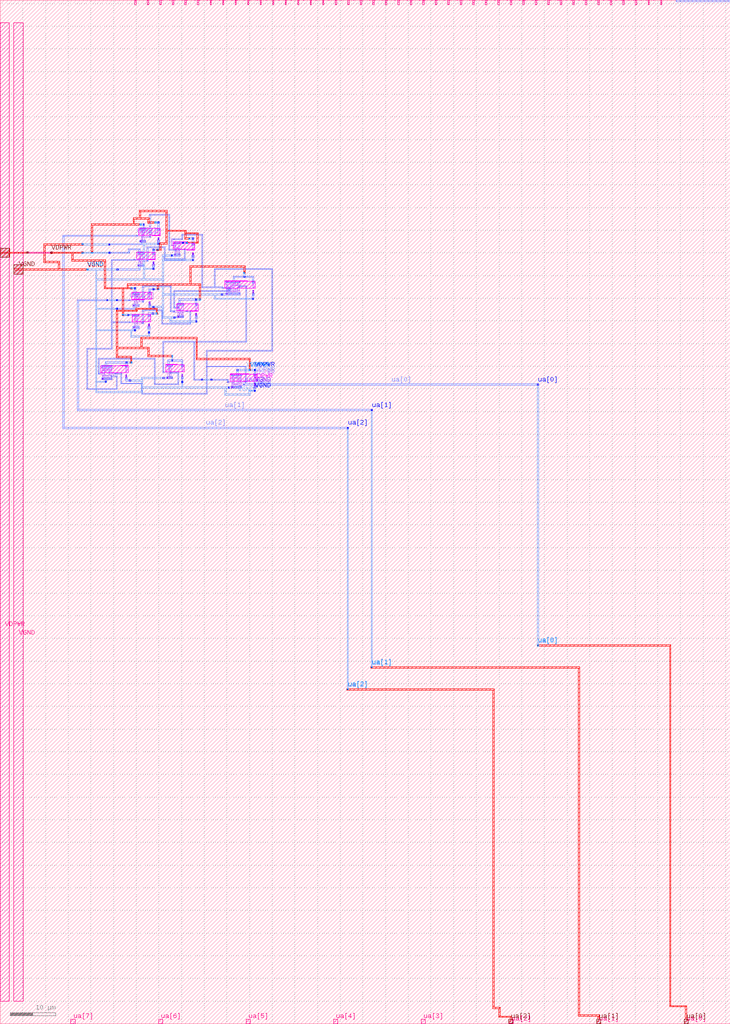
<source format=lef>
VERSION 5.7 ;
  NOWIREEXTENSIONATPIN ON ;
  DIVIDERCHAR "/" ;
  BUSBITCHARS "[]" ;
MACRO tt_um_test_14
  CLASS BLOCK ;
  FOREIGN tt_um_test_14 ;
  ORIGIN 0.000 0.000 ;
  SIZE 161.000 BY 225.760 ;
  PIN clk
    DIRECTION INPUT ;
    PORT
      LAYER met4 ;
        RECT 142.860 224.760 143.160 225.760 ;
    END
  END clk
  PIN ena
    DIRECTION INPUT ;
    PORT
      LAYER met4 ;
        RECT 145.620 224.760 145.920 225.760 ;
    END
  END ena
  PIN rst_n
    DIRECTION INPUT ;
    PORT
      LAYER met4 ;
        RECT 140.100 224.760 140.400 225.760 ;
    END
  END rst_n
  PIN ua[0]
    DIRECTION INOUT ;
    ANTENNADIFFAREA 0.445500 ;
    PORT
      LAYER li1 ;
        RECT 52.550 142.525 53.145 142.865 ;
        RECT 52.550 141.205 52.725 142.525 ;
        RECT 52.550 141.100 53.145 141.205 ;
        RECT 52.550 140.800 53.930 141.100 ;
        RECT 52.550 140.655 53.145 140.800 ;
      LAYER mcon ;
        RECT 53.660 140.830 53.900 141.070 ;
      LAYER met1 ;
        RECT 53.600 140.800 118.760 141.100 ;
      LAYER via ;
        RECT 118.430 140.800 118.730 141.100 ;
      LAYER met2 ;
        RECT 118.430 83.300 118.730 141.130 ;
        RECT 118.440 83.265 118.720 83.300 ;
      LAYER via2 ;
        RECT 118.440 83.310 118.720 83.590 ;
      LAYER met3 ;
        RECT 118.415 83.600 118.745 83.615 ;
        RECT 118.415 83.300 147.930 83.600 ;
        RECT 118.415 83.285 118.745 83.300 ;
        RECT 147.630 4.000 147.930 83.300 ;
        RECT 147.630 3.700 151.430 4.000 ;
        RECT 151.130 0.980 151.430 3.700 ;
        RECT 150.830 0.020 151.730 0.980 ;
      LAYER via3 ;
        RECT 150.830 0.050 151.730 0.950 ;
      LAYER met4 ;
        RECT 150.840 0.955 151.740 1.000 ;
        RECT 150.825 0.045 151.740 0.955 ;
        RECT 150.840 0.000 151.740 0.045 ;
    END
  END ua[0]
  PIN ua[1]
    DIRECTION INOUT ;
    ANTENNAGATEAREA 0.247500 ;
    PORT
      LAYER li1 ;
        RECT 29.550 159.700 29.880 159.715 ;
        RECT 28.380 159.500 29.880 159.700 ;
        RECT 29.550 159.475 29.880 159.500 ;
      LAYER mcon ;
        RECT 28.395 159.515 28.565 159.685 ;
      LAYER met1 ;
        RECT 23.500 159.700 23.760 159.760 ;
        RECT 16.980 159.500 23.760 159.700 ;
        RECT 16.980 135.500 17.280 159.500 ;
        RECT 23.500 159.440 23.760 159.500 ;
        RECT 25.600 159.700 25.860 159.760 ;
        RECT 28.335 159.700 28.625 159.715 ;
        RECT 25.600 159.500 28.625 159.700 ;
        RECT 25.600 159.440 25.860 159.500 ;
        RECT 28.335 159.485 28.625 159.500 ;
        RECT 16.980 135.200 82.110 135.500 ;
      LAYER via ;
        RECT 23.500 159.470 23.760 159.730 ;
        RECT 25.600 159.470 25.860 159.730 ;
        RECT 81.780 135.200 82.080 135.500 ;
      LAYER met2 ;
        RECT 23.470 159.700 23.790 159.730 ;
        RECT 25.570 159.700 25.890 159.730 ;
        RECT 23.470 159.500 25.890 159.700 ;
        RECT 23.470 159.470 23.790 159.500 ;
        RECT 25.570 159.470 25.890 159.500 ;
        RECT 81.780 78.450 82.080 135.530 ;
        RECT 81.790 78.415 82.070 78.450 ;
      LAYER via2 ;
        RECT 81.790 78.460 82.070 78.740 ;
      LAYER met3 ;
        RECT 81.765 78.750 82.095 78.765 ;
        RECT 81.765 78.450 127.780 78.750 ;
        RECT 81.765 78.435 82.095 78.450 ;
        RECT 127.480 1.950 127.780 78.450 ;
        RECT 127.480 1.650 132.130 1.950 ;
        RECT 131.830 0.980 132.130 1.650 ;
        RECT 131.530 0.020 132.430 0.980 ;
      LAYER via3 ;
        RECT 131.530 0.050 132.430 0.950 ;
      LAYER met4 ;
        RECT 131.520 0.955 132.420 1.000 ;
        RECT 131.520 0.045 132.435 0.955 ;
        RECT 131.520 0.000 132.420 0.045 ;
    END
  END ua[1]
  PIN ua[2]
    DIRECTION INOUT ;
    ANTENNAGATEAREA 0.247500 ;
    PORT
      LAYER li1 ;
        RECT 31.050 173.850 31.380 173.865 ;
        RECT 30.030 173.650 31.380 173.850 ;
        RECT 31.050 173.625 31.380 173.650 ;
      LAYER mcon ;
        RECT 30.045 173.665 30.215 173.835 ;
      LAYER met1 ;
        RECT 29.985 173.850 30.275 173.865 ;
        RECT 13.780 173.650 30.275 173.850 ;
        RECT 13.780 131.550 14.080 173.650 ;
        RECT 29.985 173.635 30.275 173.650 ;
        RECT 13.780 131.250 76.810 131.550 ;
      LAYER via ;
        RECT 76.480 131.250 76.780 131.550 ;
      LAYER met2 ;
        RECT 76.480 73.600 76.780 131.580 ;
        RECT 76.490 73.565 76.770 73.600 ;
      LAYER via2 ;
        RECT 76.490 73.610 76.770 73.890 ;
      LAYER met3 ;
        RECT 76.465 73.900 76.795 73.915 ;
        RECT 76.465 73.600 108.930 73.900 ;
        RECT 76.465 73.585 76.795 73.600 ;
        RECT 108.630 3.600 108.930 73.600 ;
        RECT 108.630 3.300 110.280 3.600 ;
        RECT 109.980 1.700 110.280 3.300 ;
        RECT 109.980 1.400 112.780 1.700 ;
        RECT 112.480 1.030 112.780 1.400 ;
        RECT 112.180 0.070 113.080 1.030 ;
      LAYER via3 ;
        RECT 112.180 0.100 113.080 1.000 ;
      LAYER met4 ;
        RECT 112.175 1.000 113.085 1.005 ;
        RECT 112.175 0.095 113.100 1.000 ;
        RECT 112.200 0.000 113.100 0.095 ;
    END
  END ua[2]
  PIN ua[3]
    DIRECTION INOUT ;
    PORT
      LAYER met4 ;
        RECT 92.880 0.000 93.780 1.000 ;
    END
  END ua[3]
  PIN ua[4]
    DIRECTION INOUT ;
    PORT
      LAYER met4 ;
        RECT 73.560 0.000 74.460 1.000 ;
    END
  END ua[4]
  PIN ua[5]
    DIRECTION INOUT ;
    PORT
      LAYER met4 ;
        RECT 54.240 0.000 55.140 1.000 ;
    END
  END ua[5]
  PIN ua[6]
    DIRECTION INOUT ;
    PORT
      LAYER met4 ;
        RECT 34.920 0.000 35.820 1.000 ;
    END
  END ua[6]
  PIN ua[7]
    DIRECTION INOUT ;
    PORT
      LAYER met4 ;
        RECT 15.600 0.000 16.500 1.000 ;
    END
  END ua[7]
  PIN ui_in[0]
    DIRECTION INPUT ;
    PORT
      LAYER met4 ;
        RECT 137.340 224.760 137.640 225.760 ;
    END
  END ui_in[0]
  PIN ui_in[1]
    DIRECTION INPUT ;
    PORT
      LAYER met4 ;
        RECT 134.580 224.760 134.880 225.760 ;
    END
  END ui_in[1]
  PIN ui_in[2]
    DIRECTION INPUT ;
    PORT
      LAYER met4 ;
        RECT 131.820 224.760 132.120 225.760 ;
    END
  END ui_in[2]
  PIN ui_in[3]
    DIRECTION INPUT ;
    PORT
      LAYER met4 ;
        RECT 129.060 224.760 129.360 225.760 ;
    END
  END ui_in[3]
  PIN ui_in[4]
    DIRECTION INPUT ;
    PORT
      LAYER met4 ;
        RECT 126.300 224.760 126.600 225.760 ;
    END
  END ui_in[4]
  PIN ui_in[5]
    DIRECTION INPUT ;
    PORT
      LAYER met4 ;
        RECT 123.540 224.760 123.840 225.760 ;
    END
  END ui_in[5]
  PIN ui_in[6]
    DIRECTION INPUT ;
    PORT
      LAYER met4 ;
        RECT 120.780 224.760 121.080 225.760 ;
    END
  END ui_in[6]
  PIN ui_in[7]
    DIRECTION INPUT ;
    PORT
      LAYER met4 ;
        RECT 118.020 224.760 118.320 225.760 ;
    END
  END ui_in[7]
  PIN uio_in[0]
    DIRECTION INPUT ;
    PORT
      LAYER met4 ;
        RECT 115.260 224.760 115.560 225.760 ;
    END
  END uio_in[0]
  PIN uio_in[1]
    DIRECTION INPUT ;
    PORT
      LAYER met4 ;
        RECT 112.500 224.760 112.800 225.760 ;
    END
  END uio_in[1]
  PIN uio_in[2]
    DIRECTION INPUT ;
    PORT
      LAYER met4 ;
        RECT 109.740 224.760 110.040 225.760 ;
    END
  END uio_in[2]
  PIN uio_in[3]
    DIRECTION INPUT ;
    PORT
      LAYER met4 ;
        RECT 106.980 224.760 107.280 225.760 ;
    END
  END uio_in[3]
  PIN uio_in[4]
    DIRECTION INPUT ;
    PORT
      LAYER met4 ;
        RECT 104.220 224.760 104.520 225.760 ;
    END
  END uio_in[4]
  PIN uio_in[5]
    DIRECTION INPUT ;
    PORT
      LAYER met4 ;
        RECT 101.460 224.760 101.760 225.760 ;
    END
  END uio_in[5]
  PIN uio_in[6]
    DIRECTION INPUT ;
    PORT
      LAYER met4 ;
        RECT 98.700 224.760 99.000 225.760 ;
    END
  END uio_in[6]
  PIN uio_in[7]
    DIRECTION INPUT ;
    PORT
      LAYER met4 ;
        RECT 95.940 224.760 96.240 225.760 ;
    END
  END uio_in[7]
  PIN uio_oe[0]
    DIRECTION OUTPUT TRISTATE ;
    PORT
      LAYER met4 ;
        RECT 49.020 224.760 49.320 225.760 ;
    END
  END uio_oe[0]
  PIN uio_oe[1]
    DIRECTION OUTPUT TRISTATE ;
    PORT
      LAYER met4 ;
        RECT 46.260 224.760 46.560 225.760 ;
    END
  END uio_oe[1]
  PIN uio_oe[2]
    DIRECTION OUTPUT TRISTATE ;
    PORT
      LAYER met4 ;
        RECT 43.500 224.760 43.800 225.760 ;
    END
  END uio_oe[2]
  PIN uio_oe[3]
    DIRECTION OUTPUT TRISTATE ;
    PORT
      LAYER met4 ;
        RECT 40.740 224.760 41.040 225.760 ;
    END
  END uio_oe[3]
  PIN uio_oe[4]
    DIRECTION OUTPUT TRISTATE ;
    PORT
      LAYER met4 ;
        RECT 37.980 224.760 38.280 225.760 ;
    END
  END uio_oe[4]
  PIN uio_oe[5]
    DIRECTION OUTPUT TRISTATE ;
    PORT
      LAYER met4 ;
        RECT 35.220 224.760 35.520 225.760 ;
    END
  END uio_oe[5]
  PIN uio_oe[6]
    DIRECTION OUTPUT TRISTATE ;
    PORT
      LAYER met4 ;
        RECT 32.460 224.760 32.760 225.760 ;
    END
  END uio_oe[6]
  PIN uio_oe[7]
    DIRECTION OUTPUT TRISTATE ;
    PORT
      LAYER met4 ;
        RECT 29.700 224.760 30.000 225.760 ;
    END
  END uio_oe[7]
  PIN uio_out[0]
    DIRECTION OUTPUT TRISTATE ;
    PORT
      LAYER met4 ;
        RECT 71.100 224.760 71.400 225.760 ;
    END
  END uio_out[0]
  PIN uio_out[1]
    DIRECTION OUTPUT TRISTATE ;
    PORT
      LAYER met4 ;
        RECT 68.340 224.760 68.640 225.760 ;
    END
  END uio_out[1]
  PIN uio_out[2]
    DIRECTION OUTPUT TRISTATE ;
    PORT
      LAYER met4 ;
        RECT 65.580 224.760 65.880 225.760 ;
    END
  END uio_out[2]
  PIN uio_out[3]
    DIRECTION OUTPUT TRISTATE ;
    PORT
      LAYER met4 ;
        RECT 62.820 224.760 63.120 225.760 ;
    END
  END uio_out[3]
  PIN uio_out[4]
    DIRECTION OUTPUT TRISTATE ;
    PORT
      LAYER met4 ;
        RECT 60.060 224.760 60.360 225.760 ;
    END
  END uio_out[4]
  PIN uio_out[5]
    DIRECTION OUTPUT TRISTATE ;
    PORT
      LAYER met4 ;
        RECT 57.300 224.760 57.600 225.760 ;
    END
  END uio_out[5]
  PIN uio_out[6]
    DIRECTION OUTPUT TRISTATE ;
    PORT
      LAYER met4 ;
        RECT 54.540 224.760 54.840 225.760 ;
    END
  END uio_out[6]
  PIN uio_out[7]
    DIRECTION OUTPUT TRISTATE ;
    PORT
      LAYER met4 ;
        RECT 51.780 224.760 52.080 225.760 ;
    END
  END uio_out[7]
  PIN uo_out[0]
    DIRECTION OUTPUT TRISTATE ;
    PORT
      LAYER met4 ;
        RECT 93.180 224.760 93.480 225.760 ;
    END
  END uo_out[0]
  PIN uo_out[1]
    DIRECTION OUTPUT TRISTATE ;
    PORT
      LAYER met4 ;
        RECT 90.420 224.760 90.720 225.760 ;
    END
  END uo_out[1]
  PIN uo_out[2]
    DIRECTION OUTPUT TRISTATE ;
    PORT
      LAYER met4 ;
        RECT 87.660 224.760 87.960 225.760 ;
    END
  END uo_out[2]
  PIN uo_out[3]
    DIRECTION OUTPUT TRISTATE ;
    PORT
      LAYER met4 ;
        RECT 84.900 224.760 85.200 225.760 ;
    END
  END uo_out[3]
  PIN uo_out[4]
    DIRECTION OUTPUT TRISTATE ;
    PORT
      LAYER met4 ;
        RECT 82.140 224.760 82.440 225.760 ;
    END
  END uo_out[4]
  PIN uo_out[5]
    DIRECTION OUTPUT TRISTATE ;
    PORT
      LAYER met4 ;
        RECT 79.380 224.760 79.680 225.760 ;
    END
  END uo_out[5]
  PIN uo_out[6]
    DIRECTION OUTPUT TRISTATE ;
    PORT
      LAYER met4 ;
        RECT 76.620 224.760 76.920 225.760 ;
    END
  END uo_out[6]
  PIN uo_out[7]
    DIRECTION OUTPUT TRISTATE ;
    PORT
      LAYER met4 ;
        RECT 73.860 224.760 74.160 225.760 ;
    END
  END uo_out[7]
  PIN VDPWR
    DIRECTION INOUT ;
    USE POWER ;
    PORT
      LAYER nwell ;
        RECT 30.540 175.450 33.580 175.460 ;
        RECT 30.540 173.855 35.320 175.450 ;
        RECT 33.560 173.845 35.320 173.855 ;
        RECT 38.140 172.160 41.180 172.460 ;
        RECT 38.140 170.855 42.930 172.160 ;
        RECT 41.160 170.555 42.930 170.855 ;
        RECT 30.090 170.150 32.680 170.160 ;
        RECT 30.090 168.555 34.220 170.150 ;
        RECT 32.660 168.545 34.220 168.555 ;
        RECT 49.530 163.800 54.430 163.850 ;
        RECT 49.530 162.245 56.220 163.800 ;
        RECT 54.360 162.195 56.220 162.245 ;
        RECT 31.660 161.310 33.370 161.350 ;
        RECT 29.040 159.745 33.370 161.310 ;
        RECT 29.040 159.705 31.780 159.745 ;
        RECT 38.890 158.800 41.930 158.810 ;
        RECT 38.890 157.205 43.620 158.800 ;
        RECT 41.910 157.195 43.620 157.205 ;
        RECT 29.080 154.845 33.220 156.450 ;
        RECT 36.480 145.350 39.080 145.400 ;
        RECT 26.560 145.160 28.220 145.200 ;
        RECT 22.190 143.595 28.220 145.160 ;
        RECT 36.480 143.795 40.570 145.350 ;
        RECT 38.910 143.745 40.570 143.795 ;
        RECT 22.190 143.555 26.580 143.595 ;
        RECT 50.740 143.300 54.830 143.310 ;
        RECT 50.740 141.705 56.570 143.300 ;
        RECT 54.810 141.695 56.570 141.705 ;
      LAYER li1 ;
        RECT 30.730 175.185 32.110 175.355 ;
        RECT 31.070 174.045 31.280 175.185 ;
        RECT 34.670 175.175 35.130 175.345 ;
        RECT 34.755 174.010 35.045 175.175 ;
        RECT 38.330 172.185 39.710 172.355 ;
        RECT 39.285 171.045 39.615 172.185 ;
        RECT 42.280 171.885 42.740 172.055 ;
        RECT 42.365 170.720 42.655 171.885 ;
        RECT 30.280 169.885 31.660 170.055 ;
        RECT 30.620 168.745 30.830 169.885 ;
        RECT 33.570 169.875 34.030 170.045 ;
        RECT 33.655 168.710 33.945 169.875 ;
        RECT 49.720 163.575 52.940 163.745 ;
        RECT 50.775 162.725 50.945 163.575 ;
        RECT 51.615 163.065 51.785 163.575 ;
        RECT 55.570 163.525 56.030 163.695 ;
        RECT 55.655 162.360 55.945 163.525 ;
        RECT 29.230 161.035 30.610 161.205 ;
        RECT 32.720 161.075 33.180 161.245 ;
        RECT 29.570 159.895 29.780 161.035 ;
        RECT 32.805 159.910 33.095 161.075 ;
        RECT 39.080 158.535 40.460 158.705 ;
        RECT 40.035 157.395 40.365 158.535 ;
        RECT 42.970 158.525 43.430 158.695 ;
        RECT 43.055 157.360 43.345 158.525 ;
        RECT 29.270 156.175 30.650 156.345 ;
        RECT 32.570 156.175 33.030 156.345 ;
        RECT 29.610 155.035 29.820 156.175 ;
        RECT 32.655 155.010 32.945 156.175 ;
        RECT 36.670 145.125 38.050 145.295 ;
        RECT 22.380 144.885 24.680 145.055 ;
        RECT 27.570 144.925 28.030 145.095 ;
        RECT 22.895 144.485 23.830 144.885 ;
        RECT 27.655 143.760 27.945 144.925 ;
        RECT 37.010 143.985 37.220 145.125 ;
        RECT 39.920 145.075 40.380 145.245 ;
        RECT 40.005 143.910 40.295 145.075 ;
        RECT 50.930 143.035 53.230 143.205 ;
        RECT 51.445 142.635 52.380 143.035 ;
        RECT 55.920 143.025 56.380 143.195 ;
        RECT 56.005 141.860 56.295 143.025 ;
      LAYER mcon ;
        RECT 30.875 175.185 31.045 175.355 ;
        RECT 31.335 175.185 31.505 175.355 ;
        RECT 31.795 175.185 31.965 175.355 ;
        RECT 34.815 175.175 34.985 175.345 ;
        RECT 38.475 172.185 38.645 172.355 ;
        RECT 38.935 172.185 39.105 172.355 ;
        RECT 39.395 172.185 39.565 172.355 ;
        RECT 42.425 171.885 42.595 172.055 ;
        RECT 30.425 169.885 30.595 170.055 ;
        RECT 30.885 169.885 31.055 170.055 ;
        RECT 31.345 169.885 31.515 170.055 ;
        RECT 33.715 169.875 33.885 170.045 ;
        RECT 49.865 163.575 50.035 163.745 ;
        RECT 50.325 163.575 50.495 163.745 ;
        RECT 50.785 163.575 50.955 163.745 ;
        RECT 51.245 163.575 51.415 163.745 ;
        RECT 51.705 163.575 51.875 163.745 ;
        RECT 52.165 163.575 52.335 163.745 ;
        RECT 52.625 163.575 52.795 163.745 ;
        RECT 55.715 163.525 55.885 163.695 ;
        RECT 29.375 161.035 29.545 161.205 ;
        RECT 29.835 161.035 30.005 161.205 ;
        RECT 30.295 161.035 30.465 161.205 ;
        RECT 32.865 161.075 33.035 161.245 ;
        RECT 39.225 158.535 39.395 158.705 ;
        RECT 39.685 158.535 39.855 158.705 ;
        RECT 40.145 158.535 40.315 158.705 ;
        RECT 43.115 158.525 43.285 158.695 ;
        RECT 29.415 156.175 29.585 156.345 ;
        RECT 29.875 156.175 30.045 156.345 ;
        RECT 30.335 156.175 30.505 156.345 ;
        RECT 32.715 156.175 32.885 156.345 ;
        RECT 36.815 145.125 36.985 145.295 ;
        RECT 37.275 145.125 37.445 145.295 ;
        RECT 37.735 145.125 37.905 145.295 ;
        RECT 22.525 144.885 22.695 145.055 ;
        RECT 22.985 144.885 23.155 145.055 ;
        RECT 23.445 144.885 23.615 145.055 ;
        RECT 23.905 144.885 24.075 145.055 ;
        RECT 24.365 144.885 24.535 145.055 ;
        RECT 27.715 144.925 27.885 145.095 ;
        RECT 40.065 145.075 40.235 145.245 ;
        RECT 51.075 143.035 51.245 143.205 ;
        RECT 51.535 143.035 51.705 143.205 ;
        RECT 51.995 143.035 52.165 143.205 ;
        RECT 52.455 143.035 52.625 143.205 ;
        RECT 52.915 143.035 53.085 143.205 ;
        RECT 56.065 143.025 56.235 143.195 ;
      LAYER met1 ;
        RECT 31.490 176.395 31.780 176.430 ;
        RECT 31.490 176.070 31.795 176.395 ;
        RECT 31.505 175.510 31.795 176.070 ;
        RECT 30.730 175.030 32.110 175.510 ;
        RECT 34.730 175.500 35.030 176.880 ;
        RECT 34.670 175.020 35.130 175.500 ;
        RECT 42.380 173.300 42.680 173.330 ;
        RECT 42.375 172.970 42.680 173.300 ;
        RECT 38.330 172.400 39.710 172.510 ;
        RECT 40.130 172.400 40.430 172.430 ;
        RECT 38.330 172.100 40.430 172.400 ;
        RECT 42.375 172.210 42.675 172.970 ;
        RECT 38.330 172.030 39.710 172.100 ;
        RECT 40.130 172.070 40.430 172.100 ;
        RECT 42.280 171.730 42.740 172.210 ;
        RECT 28.235 170.655 30.885 170.945 ;
        RECT 23.940 170.195 24.230 170.230 ;
        RECT 28.235 170.195 28.525 170.655 ;
        RECT 30.595 170.210 30.885 170.655 ;
        RECT 23.935 169.905 28.525 170.195 ;
        RECT 23.940 169.870 24.230 169.905 ;
        RECT 30.280 169.730 31.660 170.210 ;
        RECT 33.630 170.200 33.925 170.880 ;
        RECT 33.570 169.720 34.030 170.200 ;
        RECT 54.780 164.895 55.930 164.900 ;
        RECT 51.415 164.605 55.930 164.895 ;
        RECT 51.415 163.900 51.705 164.605 ;
        RECT 53.650 164.600 54.010 164.605 ;
        RECT 54.780 164.595 55.930 164.605 ;
        RECT 49.720 163.420 52.940 163.900 ;
        RECT 55.625 163.850 55.930 164.595 ;
        RECT 55.570 163.370 56.030 163.850 ;
        RECT 29.540 162.345 29.830 162.380 ;
        RECT 29.540 162.020 29.835 162.345 ;
        RECT 33.630 162.145 33.925 162.180 ;
        RECT 29.545 161.360 29.835 162.020 ;
        RECT 32.780 161.850 33.925 162.145 ;
        RECT 32.780 161.400 33.075 161.850 ;
        RECT 33.630 161.820 33.925 161.850 ;
        RECT 29.230 160.880 30.610 161.360 ;
        RECT 32.720 160.920 33.180 161.400 ;
        RECT 43.030 159.900 43.330 159.930 ;
        RECT 39.530 159.895 43.330 159.900 ;
        RECT 39.395 159.600 43.330 159.895 ;
        RECT 39.395 158.860 39.685 159.600 ;
        RECT 39.080 158.380 40.460 158.860 ;
        RECT 43.030 158.850 43.330 159.600 ;
        RECT 42.970 158.370 43.430 158.850 ;
        RECT 33.530 156.800 33.830 156.830 ;
        RECT 28.090 156.500 28.380 156.530 ;
        RECT 32.680 156.500 33.830 156.800 ;
        RECT 28.085 156.210 30.650 156.500 ;
        RECT 28.090 156.170 28.380 156.210 ;
        RECT 29.270 156.020 30.650 156.210 ;
        RECT 32.570 156.020 33.030 156.500 ;
        RECT 33.530 156.470 33.830 156.500 ;
        RECT 37.750 146.400 38.115 146.405 ;
        RECT 37.030 146.395 40.280 146.400 ;
        RECT 36.985 146.095 40.280 146.395 ;
        RECT 27.680 146.000 27.985 146.035 ;
        RECT 27.675 145.995 27.985 146.000 ;
        RECT 23.155 145.705 27.985 145.995 ;
        RECT 23.155 145.210 23.445 145.705 ;
        RECT 27.675 145.670 27.985 145.705 ;
        RECT 27.675 145.250 27.980 145.670 ;
        RECT 36.985 145.450 37.275 146.095 ;
        RECT 22.380 144.730 24.680 145.210 ;
        RECT 27.570 144.770 28.030 145.250 ;
        RECT 36.670 144.970 38.050 145.450 ;
        RECT 39.975 145.400 40.280 146.095 ;
        RECT 39.920 144.920 40.380 145.400 ;
        RECT 52.180 144.345 52.470 144.380 ;
        RECT 52.165 144.020 52.470 144.345 ;
        RECT 52.165 143.360 52.455 144.020 ;
        RECT 50.930 142.880 53.230 143.360 ;
        RECT 55.980 143.350 56.280 144.380 ;
        RECT 55.920 142.870 56.380 143.350 ;
      LAYER via ;
        RECT 34.730 176.550 35.030 176.850 ;
        RECT 31.490 176.100 31.780 176.400 ;
        RECT 42.380 173.000 42.680 173.300 ;
        RECT 40.130 172.100 40.430 172.400 ;
        RECT 23.940 169.900 24.230 170.200 ;
        RECT 33.630 170.550 33.925 170.850 ;
        RECT 53.680 164.600 53.980 164.890 ;
        RECT 29.540 162.050 29.830 162.350 ;
        RECT 33.630 161.850 33.925 162.150 ;
        RECT 43.030 159.600 43.330 159.900 ;
        RECT 33.530 156.500 33.830 156.800 ;
        RECT 28.090 156.200 28.380 156.500 ;
        RECT 37.780 146.100 38.085 146.405 ;
        RECT 27.680 145.700 27.985 146.005 ;
        RECT 52.180 144.050 52.470 144.350 ;
        RECT 55.980 144.050 56.280 144.350 ;
      LAYER met2 ;
        RECT 34.090 176.850 34.370 176.885 ;
        RECT 34.080 176.550 35.060 176.850 ;
        RECT 34.090 176.515 34.370 176.550 ;
        RECT 30.790 176.400 31.070 176.435 ;
        RECT 30.780 176.100 31.810 176.400 ;
        RECT 30.790 176.065 31.070 176.100 ;
        RECT 41.540 173.300 41.820 173.335 ;
        RECT 41.530 173.000 42.710 173.300 ;
        RECT 41.540 172.965 41.820 173.000 ;
        RECT 41.040 172.400 41.320 172.435 ;
        RECT 40.100 172.100 41.320 172.400 ;
        RECT 41.040 172.065 41.320 172.100 ;
        RECT 34.590 170.850 34.870 170.885 ;
        RECT 33.600 170.550 34.880 170.850 ;
        RECT 34.590 170.515 34.870 170.550 ;
        RECT 17.990 170.200 18.270 170.235 ;
        RECT 17.980 169.900 24.260 170.200 ;
        RECT 17.990 169.865 18.270 169.900 ;
        RECT 53.680 165.790 53.980 165.800 ;
        RECT 53.645 165.510 54.015 165.790 ;
        RECT 53.680 164.570 53.980 165.510 ;
        RECT 28.790 162.350 29.070 162.385 ;
        RECT 28.780 162.050 29.860 162.350 ;
        RECT 33.600 162.140 34.980 162.150 ;
        RECT 28.790 162.015 29.070 162.050 ;
        RECT 33.600 161.860 35.015 162.140 ;
        RECT 33.600 161.850 34.980 161.860 ;
        RECT 43.000 159.890 44.230 159.900 ;
        RECT 43.000 159.610 44.265 159.890 ;
        RECT 43.000 159.600 44.230 159.610 ;
        RECT 33.500 156.790 34.680 156.800 ;
        RECT 33.500 156.510 34.715 156.790 ;
        RECT 33.500 156.500 34.680 156.510 ;
        RECT 26.930 156.490 28.410 156.500 ;
        RECT 26.895 156.210 28.410 156.490 ;
        RECT 26.930 156.200 28.410 156.210 ;
        RECT 37.790 147.400 38.070 147.435 ;
        RECT 37.780 146.435 38.080 147.400 ;
        RECT 37.780 146.070 38.085 146.435 ;
        RECT 27.650 146.000 28.015 146.005 ;
        RECT 27.650 145.990 29.030 146.000 ;
        RECT 27.650 145.710 29.065 145.990 ;
        RECT 27.650 145.700 29.030 145.710 ;
        RECT 52.150 144.050 56.310 144.350 ;
      LAYER via2 ;
        RECT 34.090 176.560 34.370 176.840 ;
        RECT 30.790 176.110 31.070 176.390 ;
        RECT 41.540 173.010 41.820 173.290 ;
        RECT 41.040 172.110 41.320 172.390 ;
        RECT 34.590 170.560 34.870 170.840 ;
        RECT 17.990 169.910 18.270 170.190 ;
        RECT 20.090 169.910 20.370 170.190 ;
        RECT 53.690 165.510 53.970 165.790 ;
        RECT 28.790 162.060 29.070 162.340 ;
        RECT 34.690 161.860 34.970 162.140 ;
        RECT 43.940 159.610 44.220 159.890 ;
        RECT 34.390 156.510 34.670 156.790 ;
        RECT 26.940 156.210 27.220 156.490 ;
        RECT 37.790 147.110 38.070 147.390 ;
        RECT 28.740 145.710 29.020 145.990 ;
        RECT 54.890 144.060 55.170 144.340 ;
      LAYER met3 ;
        RECT 30.680 179.100 36.780 179.400 ;
        RECT 30.680 177.750 30.980 179.100 ;
        RECT 29.280 177.450 32.880 177.750 ;
        RECT 29.280 176.400 29.580 177.450 ;
        RECT 32.580 176.850 32.880 177.450 ;
        RECT 34.065 176.850 34.395 176.865 ;
        RECT 32.580 176.550 34.395 176.850 ;
        RECT 34.065 176.535 34.395 176.550 ;
        RECT 30.765 176.400 31.095 176.415 ;
        RECT 20.080 176.100 31.095 176.400 ;
        RECT 0.000 170.200 2.060 171.050 ;
        RECT 5.840 170.200 6.220 170.210 ;
        RECT 0.000 169.900 6.220 170.200 ;
        RECT 0.000 169.050 2.060 169.900 ;
        RECT 5.840 169.890 6.220 169.900 ;
        RECT 11.120 170.200 11.440 170.240 ;
        RECT 20.080 170.215 20.380 176.100 ;
        RECT 30.765 176.085 31.095 176.100 ;
        RECT 36.480 175.050 36.780 179.100 ;
        RECT 36.480 174.750 40.980 175.050 ;
        RECT 36.480 172.200 36.780 174.750 ;
        RECT 40.680 174.500 40.980 174.750 ;
        RECT 40.680 174.200 43.630 174.500 ;
        RECT 40.680 173.300 40.980 174.200 ;
        RECT 41.515 173.300 41.845 173.315 ;
        RECT 40.680 173.000 41.845 173.300 ;
        RECT 41.515 172.985 41.845 173.000 ;
        RECT 35.230 171.900 36.780 172.200 ;
        RECT 41.015 172.400 41.345 172.415 ;
        RECT 43.330 172.400 43.630 174.200 ;
        RECT 41.015 172.100 43.630 172.400 ;
        RECT 41.015 172.085 41.345 172.100 ;
        RECT 34.565 170.850 34.895 170.865 ;
        RECT 35.230 170.850 35.530 171.900 ;
        RECT 34.565 170.550 35.530 170.850 ;
        RECT 34.565 170.535 34.895 170.550 ;
        RECT 17.965 170.200 18.295 170.215 ;
        RECT 11.120 169.900 18.295 170.200 ;
        RECT 11.120 169.860 11.440 169.900 ;
        RECT 15.780 168.500 16.080 169.900 ;
        RECT 17.965 169.885 18.295 169.900 ;
        RECT 20.065 169.885 20.395 170.215 ;
        RECT 15.780 168.200 23.230 168.500 ;
        RECT 22.930 162.350 23.230 168.200 ;
        RECT 41.780 166.850 53.980 167.150 ;
        RECT 41.780 163.200 42.080 166.850 ;
        RECT 53.680 165.815 53.980 166.850 ;
        RECT 53.665 165.485 53.995 165.815 ;
        RECT 27.980 162.900 44.230 163.200 ;
        RECT 27.980 162.350 28.280 162.900 ;
        RECT 28.765 162.350 29.095 162.365 ;
        RECT 22.930 162.050 29.095 162.350 ;
        RECT 34.680 162.165 34.980 162.900 ;
        RECT 26.930 157.400 27.230 162.050 ;
        RECT 28.765 162.035 29.095 162.050 ;
        RECT 34.665 161.835 34.995 162.165 ;
        RECT 43.930 159.915 44.230 162.900 ;
        RECT 43.915 159.585 44.245 159.915 ;
        RECT 29.930 157.550 34.680 157.850 ;
        RECT 29.930 157.400 30.230 157.550 ;
        RECT 25.580 157.100 30.230 157.400 ;
        RECT 25.580 149.150 25.880 157.100 ;
        RECT 26.930 156.515 27.230 157.100 ;
        RECT 34.380 156.815 34.680 157.550 ;
        RECT 26.915 156.185 27.245 156.515 ;
        RECT 34.365 156.485 34.695 156.815 ;
        RECT 30.980 151.100 43.480 151.400 ;
        RECT 30.980 149.150 31.280 151.100 ;
        RECT 25.580 148.850 32.830 149.150 ;
        RECT 25.580 147.200 25.880 148.850 ;
        RECT 32.530 147.400 32.830 148.850 ;
        RECT 37.765 147.400 38.095 147.415 ;
        RECT 25.580 146.900 29.030 147.200 ;
        RECT 32.530 147.100 38.095 147.400 ;
        RECT 37.765 147.085 38.095 147.100 ;
        RECT 28.730 146.015 29.030 146.900 ;
        RECT 43.180 146.750 43.480 151.100 ;
        RECT 43.180 146.450 55.180 146.750 ;
        RECT 28.715 145.685 29.045 146.015 ;
        RECT 54.880 144.365 55.180 146.450 ;
        RECT 54.865 144.035 55.195 144.365 ;
      LAYER via3 ;
        RECT 0.030 169.050 2.030 171.050 ;
        RECT 5.870 169.890 6.190 170.210 ;
        RECT 11.120 169.890 11.440 170.210 ;
      LAYER met4 ;
        RECT 0.030 171.055 2.030 220.760 ;
        RECT 0.025 169.045 2.035 171.055 ;
        RECT 5.865 170.200 6.195 170.215 ;
        RECT 11.115 170.200 11.445 170.215 ;
        RECT 5.865 169.900 11.445 170.200 ;
        RECT 5.865 169.885 6.195 169.900 ;
        RECT 11.115 169.885 11.445 169.900 ;
        RECT 0.030 5.000 2.030 169.045 ;
    END
  END VDPWR
  PIN VGND
    DIRECTION INOUT ;
    USE GROUND ;
    PORT
      LAYER pwell ;
        RECT 34.815 172.860 34.985 173.385 ;
        RECT 42.425 169.570 42.595 170.095 ;
        RECT 33.715 167.560 33.885 168.085 ;
        RECT 55.715 161.210 55.885 161.735 ;
        RECT 32.865 158.760 33.035 159.285 ;
        RECT 43.115 156.210 43.285 156.735 ;
        RECT 32.715 153.860 32.885 154.385 ;
        RECT 27.715 142.610 27.885 143.135 ;
        RECT 40.065 142.760 40.235 143.285 ;
        RECT 56.065 140.710 56.235 141.235 ;
      LAYER li1 ;
        RECT 31.050 172.635 31.280 173.455 ;
        RECT 30.730 172.465 32.110 172.635 ;
        RECT 34.755 172.625 35.045 173.350 ;
        RECT 34.670 172.455 35.130 172.625 ;
        RECT 38.435 169.635 38.675 170.445 ;
        RECT 39.345 169.635 39.615 170.445 ;
        RECT 38.330 169.465 39.710 169.635 ;
        RECT 42.365 169.335 42.655 170.060 ;
        RECT 42.280 169.165 42.740 169.335 ;
        RECT 30.600 167.335 30.830 168.155 ;
        RECT 30.280 167.165 31.660 167.335 ;
        RECT 33.655 167.325 33.945 168.050 ;
        RECT 33.570 167.155 34.030 167.325 ;
        RECT 49.855 161.025 50.185 161.415 ;
        RECT 50.695 161.025 51.025 161.415 ;
        RECT 52.565 161.025 52.855 161.860 ;
        RECT 49.720 160.855 52.940 161.025 ;
        RECT 55.655 160.975 55.945 161.700 ;
        RECT 55.570 160.805 56.030 160.975 ;
        RECT 29.550 158.485 29.780 159.305 ;
        RECT 32.805 158.525 33.095 159.250 ;
        RECT 29.230 158.315 30.610 158.485 ;
        RECT 32.720 158.355 33.180 158.525 ;
        RECT 39.185 155.985 39.425 156.795 ;
        RECT 40.095 155.985 40.365 156.795 ;
        RECT 39.080 155.815 40.460 155.985 ;
        RECT 43.055 155.975 43.345 156.700 ;
        RECT 42.970 155.805 43.430 155.975 ;
        RECT 29.590 153.625 29.820 154.445 ;
        RECT 32.655 153.625 32.945 154.350 ;
        RECT 29.270 153.455 30.650 153.625 ;
        RECT 32.570 153.455 33.030 153.625 ;
        RECT 22.895 142.335 23.830 142.735 ;
        RECT 27.655 142.375 27.945 143.100 ;
        RECT 36.990 142.575 37.220 143.395 ;
        RECT 36.670 142.405 38.050 142.575 ;
        RECT 40.005 142.525 40.295 143.250 ;
        RECT 22.380 142.165 24.680 142.335 ;
        RECT 27.570 142.205 28.030 142.375 ;
        RECT 39.920 142.355 40.380 142.525 ;
        RECT 51.445 140.485 52.380 140.885 ;
        RECT 50.930 140.315 53.230 140.485 ;
        RECT 56.005 140.475 56.295 141.200 ;
        RECT 55.920 140.305 56.380 140.475 ;
      LAYER mcon ;
        RECT 30.875 172.465 31.045 172.635 ;
        RECT 31.335 172.465 31.505 172.635 ;
        RECT 31.795 172.465 31.965 172.635 ;
        RECT 34.815 172.455 34.985 172.625 ;
        RECT 38.475 169.465 38.645 169.635 ;
        RECT 38.935 169.465 39.105 169.635 ;
        RECT 39.395 169.465 39.565 169.635 ;
        RECT 42.425 169.165 42.595 169.335 ;
        RECT 30.425 167.165 30.595 167.335 ;
        RECT 30.885 167.165 31.055 167.335 ;
        RECT 31.345 167.165 31.515 167.335 ;
        RECT 33.715 167.155 33.885 167.325 ;
        RECT 49.865 160.855 50.035 161.025 ;
        RECT 50.325 160.855 50.495 161.025 ;
        RECT 50.785 160.855 50.955 161.025 ;
        RECT 51.245 160.855 51.415 161.025 ;
        RECT 51.705 160.855 51.875 161.025 ;
        RECT 52.165 160.855 52.335 161.025 ;
        RECT 52.625 160.855 52.795 161.025 ;
        RECT 55.715 160.805 55.885 160.975 ;
        RECT 29.375 158.315 29.545 158.485 ;
        RECT 29.835 158.315 30.005 158.485 ;
        RECT 30.295 158.315 30.465 158.485 ;
        RECT 32.865 158.355 33.035 158.525 ;
        RECT 39.225 155.815 39.395 155.985 ;
        RECT 39.685 155.815 39.855 155.985 ;
        RECT 40.145 155.815 40.315 155.985 ;
        RECT 43.115 155.805 43.285 155.975 ;
        RECT 29.415 153.455 29.585 153.625 ;
        RECT 29.875 153.455 30.045 153.625 ;
        RECT 30.335 153.455 30.505 153.625 ;
        RECT 32.715 153.455 32.885 153.625 ;
        RECT 36.815 142.405 36.985 142.575 ;
        RECT 37.275 142.405 37.445 142.575 ;
        RECT 37.735 142.405 37.905 142.575 ;
        RECT 22.525 142.165 22.695 142.335 ;
        RECT 22.985 142.165 23.155 142.335 ;
        RECT 23.445 142.165 23.615 142.335 ;
        RECT 23.905 142.165 24.075 142.335 ;
        RECT 24.365 142.165 24.535 142.335 ;
        RECT 27.715 142.205 27.885 142.375 ;
        RECT 40.065 142.355 40.235 142.525 ;
        RECT 51.075 140.315 51.245 140.485 ;
        RECT 51.535 140.315 51.705 140.485 ;
        RECT 51.995 140.315 52.165 140.485 ;
        RECT 52.455 140.315 52.625 140.485 ;
        RECT 52.915 140.315 53.085 140.485 ;
        RECT 56.065 140.305 56.235 140.475 ;
      LAYER met1 ;
        RECT 30.730 172.310 32.110 172.790 ;
        RECT 23.890 172.045 24.180 172.080 ;
        RECT 31.045 172.045 31.335 172.310 ;
        RECT 34.670 172.300 35.130 172.780 ;
        RECT 23.885 171.755 31.335 172.045 ;
        RECT 34.780 171.770 35.080 172.300 ;
        RECT 23.890 171.720 24.180 171.755 ;
        RECT 37.690 169.600 37.980 169.630 ;
        RECT 38.330 169.600 39.710 169.790 ;
        RECT 37.685 169.310 39.710 169.600 ;
        RECT 37.690 169.270 37.980 169.310 ;
        RECT 42.280 169.010 42.740 169.490 ;
        RECT 42.330 168.270 42.630 169.010 ;
        RECT 30.280 167.010 31.660 167.490 ;
        RECT 25.690 166.495 25.980 166.530 ;
        RECT 30.595 166.495 30.885 167.010 ;
        RECT 33.570 167.000 34.030 167.480 ;
        RECT 25.685 166.205 30.885 166.495 ;
        RECT 33.625 166.680 33.925 167.000 ;
        RECT 33.625 166.350 33.930 166.680 ;
        RECT 33.630 166.320 33.930 166.350 ;
        RECT 25.690 166.170 25.980 166.205 ;
        RECT 48.790 160.990 49.080 161.030 ;
        RECT 49.720 160.990 52.940 161.180 ;
        RECT 48.785 160.700 52.940 160.990 ;
        RECT 48.790 160.670 49.080 160.700 ;
        RECT 55.570 160.650 56.030 161.130 ;
        RECT 55.630 159.720 55.930 160.650 ;
        RECT 29.230 158.160 30.610 158.640 ;
        RECT 32.720 158.250 33.180 158.680 ;
        RECT 33.630 158.250 33.930 158.280 ;
        RECT 32.720 158.200 33.930 158.250 ;
        RECT 25.590 157.845 25.880 157.880 ;
        RECT 29.545 157.845 29.835 158.160 ;
        RECT 32.775 157.950 33.930 158.200 ;
        RECT 33.630 157.920 33.930 157.950 ;
        RECT 25.585 157.555 29.835 157.845 ;
        RECT 25.590 157.520 25.880 157.555 ;
        RECT 38.290 155.950 38.580 155.980 ;
        RECT 39.080 155.950 40.460 156.140 ;
        RECT 38.285 155.660 40.460 155.950 ;
        RECT 38.290 155.620 38.580 155.660 ;
        RECT 42.970 155.650 43.430 156.130 ;
        RECT 43.075 155.085 43.380 155.650 ;
        RECT 43.075 154.750 43.385 155.085 ;
        RECT 43.080 154.720 43.385 154.750 ;
        RECT 29.270 153.300 30.650 153.780 ;
        RECT 32.570 153.300 33.030 153.780 ;
        RECT 29.585 153.130 29.875 153.300 ;
        RECT 29.585 152.805 29.880 153.130 ;
        RECT 29.590 152.770 29.880 152.805 ;
        RECT 32.630 152.600 32.930 153.300 ;
        RECT 32.600 152.300 32.960 152.600 ;
        RECT 35.890 142.540 36.180 142.580 ;
        RECT 36.670 142.540 38.050 142.730 ;
        RECT 22.380 142.010 24.680 142.490 ;
        RECT 27.570 142.050 28.030 142.530 ;
        RECT 35.885 142.250 38.050 142.540 ;
        RECT 35.890 142.220 36.180 142.250 ;
        RECT 39.920 142.200 40.380 142.680 ;
        RECT 28.480 142.050 28.780 142.080 ;
        RECT 23.155 141.780 23.445 142.010 ;
        RECT 23.140 141.455 23.445 141.780 ;
        RECT 27.630 141.750 28.780 142.050 ;
        RECT 39.980 141.950 40.280 142.200 ;
        RECT 28.480 141.720 28.780 141.750 ;
        RECT 39.985 141.700 40.280 141.950 ;
        RECT 23.140 141.420 23.430 141.455 ;
        RECT 39.950 141.405 40.310 141.700 ;
        RECT 50.240 140.450 50.530 140.480 ;
        RECT 50.930 140.450 53.230 140.640 ;
        RECT 50.235 140.160 53.230 140.450 ;
        RECT 50.240 140.120 50.530 140.160 ;
        RECT 55.920 140.150 56.380 140.630 ;
        RECT 55.980 139.420 56.280 140.150 ;
      LAYER via ;
        RECT 23.890 171.750 24.180 172.050 ;
        RECT 34.780 171.800 35.080 172.100 ;
        RECT 37.690 169.300 37.980 169.600 ;
        RECT 42.330 168.300 42.630 168.600 ;
        RECT 25.690 166.200 25.980 166.500 ;
        RECT 33.630 166.350 33.930 166.650 ;
        RECT 48.790 160.700 49.080 161.000 ;
        RECT 55.630 159.750 55.930 160.050 ;
        RECT 25.590 157.550 25.880 157.850 ;
        RECT 33.630 157.950 33.930 158.250 ;
        RECT 38.290 155.650 38.580 155.950 ;
        RECT 43.080 154.750 43.385 155.055 ;
        RECT 29.590 152.800 29.880 153.100 ;
        RECT 32.630 152.300 32.930 152.600 ;
        RECT 35.890 142.250 36.180 142.550 ;
        RECT 28.480 141.750 28.780 142.050 ;
        RECT 23.140 141.450 23.430 141.750 ;
        RECT 39.980 141.405 40.280 141.700 ;
        RECT 50.240 140.150 50.530 140.450 ;
        RECT 55.980 139.450 56.280 139.750 ;
      LAYER met2 ;
        RECT 17.990 172.050 18.270 172.085 ;
        RECT 17.980 171.750 24.210 172.050 ;
        RECT 31.580 171.800 35.110 172.100 ;
        RECT 17.990 171.715 18.270 171.750 ;
        RECT 31.580 166.650 31.880 171.800 ;
        RECT 35.730 169.300 38.010 169.600 ;
        RECT 35.730 168.600 36.030 169.300 ;
        RECT 35.730 168.300 42.660 168.600 ;
        RECT 19.090 166.500 19.370 166.535 ;
        RECT 19.080 166.200 26.010 166.500 ;
        RECT 31.580 166.350 33.960 166.650 ;
        RECT 19.090 166.165 19.370 166.200 ;
        RECT 21.030 164.300 21.330 166.200 ;
        RECT 31.580 164.300 31.880 166.350 ;
        RECT 35.730 164.300 36.030 168.300 ;
        RECT 21.030 164.000 36.030 164.300 ;
        RECT 21.030 157.850 21.330 164.000 ;
        RECT 35.730 161.000 36.030 164.000 ;
        RECT 35.730 160.700 49.110 161.000 ;
        RECT 35.730 158.250 36.030 160.700 ;
        RECT 47.230 160.050 47.530 160.700 ;
        RECT 47.230 159.750 55.960 160.050 ;
        RECT 33.600 157.950 36.030 158.250 ;
        RECT 21.030 157.550 25.910 157.850 ;
        RECT 21.030 153.100 21.330 157.550 ;
        RECT 35.730 155.950 36.030 157.950 ;
        RECT 35.730 155.650 38.610 155.950 ;
        RECT 37.430 155.050 37.730 155.650 ;
        RECT 43.050 155.050 43.415 155.055 ;
        RECT 37.430 154.750 43.415 155.050 ;
        RECT 21.030 152.800 29.910 153.100 ;
        RECT 21.030 141.750 21.330 152.800 ;
        RECT 28.730 151.750 29.030 152.800 ;
        RECT 32.630 151.750 32.930 152.630 ;
        RECT 28.730 151.450 32.930 151.750 ;
        RECT 31.130 142.250 36.210 142.550 ;
        RECT 31.130 142.050 31.430 142.250 ;
        RECT 28.450 141.750 31.430 142.050 ;
        RECT 21.030 141.450 23.460 141.750 ;
        RECT 21.030 139.500 21.330 141.450 ;
        RECT 31.130 140.450 31.430 141.750 ;
        RECT 39.980 140.450 40.280 141.730 ;
        RECT 31.130 140.150 50.560 140.450 ;
        RECT 31.130 139.500 31.430 140.150 ;
        RECT 21.030 139.200 31.430 139.500 ;
        RECT 49.530 138.950 49.830 140.150 ;
        RECT 54.830 139.450 56.310 139.750 ;
        RECT 54.830 138.950 55.130 139.450 ;
        RECT 49.530 138.650 55.130 138.950 ;
      LAYER via2 ;
        RECT 17.990 171.760 18.270 172.040 ;
        RECT 19.090 166.210 19.370 166.490 ;
      LAYER met3 ;
        RECT 17.965 172.050 18.295 172.065 ;
        RECT 9.580 171.750 18.295 172.050 ;
        RECT 9.580 168.150 9.880 171.750 ;
        RECT 17.965 171.735 18.295 171.750 ;
        RECT 9.580 167.850 13.080 168.150 ;
        RECT 3.000 166.500 5.060 167.350 ;
        RECT 12.780 166.500 13.080 167.850 ;
        RECT 19.065 166.500 19.395 166.515 ;
        RECT 3.000 166.200 19.395 166.500 ;
        RECT 3.000 165.350 5.060 166.200 ;
        RECT 19.065 166.185 19.395 166.200 ;
      LAYER via3 ;
        RECT 3.030 165.350 5.030 167.350 ;
      LAYER met4 ;
        RECT 3.030 167.355 5.030 220.760 ;
        RECT 3.025 165.345 5.035 167.355 ;
        RECT 3.030 5.000 5.030 165.345 ;
    END
  END VGND
  OBS
      LAYER pwell ;
        RECT 30.875 172.465 31.045 172.635 ;
        RECT 38.480 169.465 38.650 169.635 ;
        RECT 30.425 167.165 30.595 167.335 ;
        RECT 49.865 160.855 50.035 161.025 ;
        RECT 29.375 158.315 29.545 158.485 ;
        RECT 39.230 155.815 39.400 155.985 ;
        RECT 29.415 153.455 29.585 153.625 ;
        RECT 36.815 142.405 36.985 142.575 ;
        RECT 22.530 142.165 22.700 142.335 ;
        RECT 51.080 140.315 51.250 140.485 ;
      LAYER li1 ;
        RECT 31.450 174.035 31.780 175.015 ;
        RECT 31.550 173.715 31.780 174.035 ;
        RECT 31.550 173.485 33.145 173.715 ;
        RECT 31.550 173.435 31.780 173.485 ;
        RECT 31.450 172.805 31.780 173.435 ;
        RECT 37.680 172.900 38.330 173.100 ;
        RECT 37.680 171.750 37.880 172.900 ;
        RECT 38.425 171.750 38.755 172.000 ;
        RECT 37.680 171.550 38.755 171.750 ;
        RECT 38.425 171.215 38.755 171.550 ;
        RECT 38.425 171.045 39.105 171.215 ;
        RECT 38.415 170.625 38.765 170.875 ;
        RECT 38.935 170.445 39.105 171.045 ;
        RECT 39.275 170.845 39.625 170.875 ;
        RECT 39.275 170.655 40.825 170.845 ;
        RECT 39.275 170.625 39.625 170.655 ;
        RECT 38.845 169.805 39.175 170.445 ;
        RECT 31.000 168.735 31.330 169.715 ;
        RECT 30.600 168.550 30.930 168.565 ;
        RECT 29.480 168.350 30.930 168.550 ;
        RECT 30.600 168.325 30.930 168.350 ;
        RECT 31.100 168.415 31.330 168.735 ;
        RECT 31.100 168.185 32.595 168.415 ;
        RECT 31.100 168.135 31.330 168.185 ;
        RECT 31.000 167.505 31.330 168.135 ;
        RECT 49.805 162.725 50.185 163.405 ;
        RECT 51.115 162.895 51.445 163.405 ;
        RECT 51.955 162.895 52.355 163.405 ;
        RECT 51.115 162.725 52.355 162.895 ;
        RECT 52.535 162.750 52.855 163.405 ;
        RECT 49.805 161.765 49.975 162.725 ;
        RECT 50.145 162.385 51.450 162.555 ;
        RECT 52.535 162.475 52.930 162.750 ;
        RECT 50.145 161.935 50.390 162.385 ;
        RECT 50.560 162.015 51.110 162.215 ;
        RECT 51.280 162.185 51.450 162.385 ;
        RECT 52.225 162.450 52.930 162.475 ;
        RECT 52.225 162.305 52.855 162.450 ;
        RECT 51.280 162.015 51.655 162.185 ;
        RECT 51.825 161.765 52.055 162.265 ;
        RECT 49.805 161.595 52.055 161.765 ;
        RECT 50.355 161.275 50.525 161.595 ;
        RECT 52.225 161.425 52.395 162.305 ;
        RECT 51.440 161.255 52.395 161.425 ;
        RECT 29.950 159.885 30.280 160.865 ;
        RECT 30.050 159.515 30.280 159.885 ;
        RECT 30.050 159.285 31.595 159.515 ;
        RECT 29.950 158.655 30.280 159.285 ;
        RECT 31.365 159.135 31.595 159.285 ;
        RECT 39.175 158.100 39.505 158.350 ;
        RECT 39.030 157.800 39.505 158.100 ;
        RECT 39.175 157.565 39.505 157.800 ;
        RECT 39.175 157.395 39.855 157.565 ;
        RECT 38.105 156.975 39.515 157.225 ;
        RECT 39.685 156.795 39.855 157.395 ;
        RECT 40.025 157.200 40.375 157.225 ;
        RECT 40.025 157.000 41.330 157.200 ;
        RECT 40.025 156.975 40.375 157.000 ;
        RECT 39.595 156.155 39.925 156.795 ;
        RECT 29.990 155.025 30.320 156.005 ;
        RECT 29.590 154.850 29.920 154.855 ;
        RECT 28.430 154.650 29.920 154.850 ;
        RECT 29.590 154.615 29.920 154.650 ;
        RECT 30.090 154.665 30.320 155.025 ;
        RECT 31.365 154.665 31.595 154.915 ;
        RECT 30.090 154.435 31.595 154.665 ;
        RECT 30.090 154.425 30.320 154.435 ;
        RECT 29.990 153.795 30.320 154.425 ;
        RECT 22.465 144.315 22.725 144.715 ;
        RECT 24.000 144.375 24.595 144.715 ;
        RECT 22.465 144.145 23.830 144.315 ;
        RECT 22.465 143.500 22.925 143.975 ;
        RECT 21.630 143.300 22.925 143.500 ;
        RECT 22.465 143.245 22.925 143.300 ;
        RECT 23.095 143.075 23.830 144.145 ;
        RECT 22.465 142.905 23.830 143.075 ;
        RECT 24.000 143.055 24.175 144.375 ;
        RECT 24.355 143.450 24.595 144.205 ;
        RECT 37.390 143.975 37.720 144.955 ;
        RECT 36.990 143.800 37.320 143.805 ;
        RECT 35.880 143.600 37.320 143.800 ;
        RECT 36.990 143.565 37.320 143.600 ;
        RECT 24.355 143.250 25.530 143.450 ;
        RECT 37.490 143.375 37.720 143.975 ;
        RECT 24.355 143.225 24.595 143.250 ;
        RECT 22.465 142.505 22.725 142.905 ;
        RECT 24.000 142.505 24.595 143.055 ;
        RECT 37.390 142.745 37.720 143.375 ;
        RECT 51.015 142.465 51.275 142.865 ;
        RECT 51.015 142.295 52.380 142.465 ;
        RECT 51.015 141.650 51.475 142.125 ;
        RECT 50.130 141.450 51.475 141.650 ;
        RECT 51.015 141.395 51.475 141.450 ;
        RECT 51.645 141.225 52.380 142.295 ;
        RECT 52.905 141.650 53.145 142.355 ;
        RECT 52.905 141.450 54.230 141.650 ;
        RECT 52.905 141.375 53.145 141.450 ;
        RECT 51.015 141.055 52.380 141.225 ;
        RECT 51.015 140.655 51.275 141.055 ;
      LAYER mcon ;
        RECT 32.945 173.515 33.115 173.685 ;
        RECT 38.095 172.915 38.265 173.085 ;
        RECT 38.545 170.665 38.715 170.835 ;
        RECT 40.645 170.665 40.815 170.835 ;
        RECT 29.495 168.365 29.665 168.535 ;
        RECT 32.395 168.215 32.565 168.385 ;
        RECT 52.670 162.500 52.870 162.700 ;
        RECT 50.145 162.075 50.315 162.245 ;
        RECT 50.560 162.045 50.730 162.215 ;
        RECT 31.395 159.215 31.565 159.385 ;
        RECT 39.115 157.850 39.315 158.050 ;
        RECT 38.285 157.005 38.475 157.195 ;
        RECT 41.095 157.015 41.265 157.185 ;
        RECT 28.445 154.665 28.615 154.835 ;
        RECT 31.390 154.610 31.570 154.790 ;
        RECT 21.645 143.315 21.815 143.485 ;
        RECT 37.495 143.515 37.665 143.685 ;
        RECT 25.345 143.265 25.515 143.435 ;
        RECT 24.395 142.715 24.565 142.885 ;
        RECT 50.145 141.465 50.315 141.635 ;
        RECT 54.045 141.465 54.215 141.635 ;
      LAYER met1 ;
        RECT 149.100 225.450 161.000 225.750 ;
        RECT 149.100 225.400 149.400 225.450 ;
        RECT 32.915 178.285 37.395 178.515 ;
        RECT 32.915 173.455 33.145 178.285 ;
        RECT 32.365 171.185 36.395 171.415 ;
        RECT 29.435 168.550 29.725 168.565 ;
        RECT 24.480 168.350 29.725 168.550 ;
        RECT 24.480 154.850 24.680 168.350 ;
        RECT 29.435 168.335 29.725 168.350 ;
        RECT 32.365 168.155 32.595 171.185 ;
        RECT 36.165 168.665 36.395 171.185 ;
        RECT 37.165 170.865 37.395 178.285 ;
        RECT 40.080 173.900 44.630 174.100 ;
        RECT 38.035 173.100 38.325 173.115 ;
        RECT 40.080 173.100 40.280 173.900 ;
        RECT 38.030 172.900 40.280 173.100 ;
        RECT 38.035 172.885 38.325 172.900 ;
        RECT 37.165 170.635 38.775 170.865 ;
        RECT 40.615 168.665 40.845 170.895 ;
        RECT 36.165 168.435 40.845 168.665 ;
        RECT 31.365 162.535 37.695 162.765 ;
        RECT 31.365 159.155 31.595 162.535 ;
        RECT 31.365 157.285 35.845 157.515 ;
        RECT 28.385 154.850 28.675 154.865 ;
        RECT 24.480 154.650 28.675 154.850 ;
        RECT 31.365 154.820 31.595 157.285 ;
        RECT 24.480 149.000 24.680 154.650 ;
        RECT 28.385 154.635 28.675 154.650 ;
        RECT 31.360 154.580 31.600 154.820 ;
        RECT 31.365 154.435 31.595 154.580 ;
        RECT 35.615 154.515 35.845 157.285 ;
        RECT 37.465 157.215 37.695 162.535 ;
        RECT 44.430 162.550 44.630 173.900 ;
        RECT 47.230 166.350 60.080 166.550 ;
        RECT 47.230 162.550 47.430 166.350 ;
        RECT 52.580 162.550 54.330 162.750 ;
        RECT 44.430 162.350 49.080 162.550 ;
        RECT 52.610 162.470 52.930 162.550 ;
        RECT 48.805 162.335 49.080 162.350 ;
        RECT 48.805 162.275 50.305 162.335 ;
        RECT 48.805 162.185 50.375 162.275 ;
        RECT 50.085 162.045 50.375 162.185 ;
        RECT 50.530 162.200 50.760 162.275 ;
        RECT 50.530 162.050 51.105 162.200 ;
        RECT 50.530 161.985 50.760 162.050 ;
        RECT 50.530 161.700 50.730 161.985 ;
        RECT 38.280 161.500 50.730 161.700 ;
        RECT 38.280 158.050 38.480 161.500 ;
        RECT 39.085 158.050 39.345 158.080 ;
        RECT 38.280 157.850 39.430 158.050 ;
        RECT 39.085 157.820 39.345 157.850 ;
        RECT 38.225 157.215 38.535 157.225 ;
        RECT 37.465 156.985 38.535 157.215 ;
        RECT 41.035 156.985 41.995 157.215 ;
        RECT 38.225 156.975 38.535 156.985 ;
        RECT 41.765 154.515 41.995 156.985 ;
        RECT 35.615 154.285 41.995 154.515 ;
        RECT 54.130 150.500 54.330 162.550 ;
        RECT 19.130 148.800 24.680 149.000 ;
        RECT 35.880 150.300 54.330 150.500 ;
        RECT 19.130 140.100 19.330 148.800 ;
        RECT 21.630 146.550 34.180 146.750 ;
        RECT 21.630 143.545 21.830 146.550 ;
        RECT 21.615 143.255 21.845 143.545 ;
        RECT 25.285 143.450 25.575 143.465 ;
        RECT 25.285 143.250 26.780 143.450 ;
        RECT 25.285 143.235 25.575 143.250 ;
        RECT 24.335 142.900 24.625 142.915 ;
        RECT 24.335 142.700 25.830 142.900 ;
        RECT 24.335 142.685 24.625 142.700 ;
        RECT 25.630 140.100 25.830 142.700 ;
        RECT 26.580 141.300 26.780 143.250 ;
        RECT 26.580 141.100 31.430 141.300 ;
        RECT 19.130 139.900 25.830 140.100 ;
        RECT 31.230 139.050 31.430 141.100 ;
        RECT 33.980 141.150 34.180 146.550 ;
        RECT 35.880 143.860 36.080 150.300 ;
        RECT 35.850 143.540 36.110 143.860 ;
        RECT 37.435 143.700 37.725 143.715 ;
        RECT 37.435 143.500 39.380 143.700 ;
        RECT 37.435 143.485 37.725 143.500 ;
        RECT 39.180 141.150 39.380 143.500 ;
        RECT 42.680 142.150 42.880 150.300 ;
        RECT 59.880 148.550 60.080 166.350 ;
        RECT 45.430 148.350 60.080 148.550 ;
        RECT 45.430 145.050 45.630 148.350 ;
        RECT 45.430 144.850 54.230 145.050 ;
        RECT 44.350 142.150 44.610 142.210 ;
        RECT 42.680 141.950 44.610 142.150 ;
        RECT 44.350 141.890 44.610 141.950 ;
        RECT 33.980 140.950 39.380 141.150 ;
        RECT 45.430 139.050 45.630 144.850 ;
        RECT 46.450 142.150 46.710 142.210 ;
        RECT 46.450 141.950 50.330 142.150 ;
        RECT 46.450 141.890 46.710 141.950 ;
        RECT 50.130 141.695 50.330 141.950 ;
        RECT 54.030 141.695 54.230 144.850 ;
        RECT 50.115 141.405 50.345 141.695 ;
        RECT 54.015 141.405 54.245 141.695 ;
        RECT 31.230 138.850 45.630 139.050 ;
      LAYER via ;
        RECT 44.350 141.920 44.610 142.180 ;
        RECT 46.450 141.920 46.710 142.180 ;
      LAYER met2 ;
        RECT 44.320 142.150 44.640 142.180 ;
        RECT 46.420 142.150 46.740 142.180 ;
        RECT 44.320 141.950 46.740 142.150 ;
        RECT 44.320 141.920 44.640 141.950 ;
        RECT 46.420 141.920 46.740 141.950 ;
  END
END tt_um_test_14
END LIBRARY


</source>
